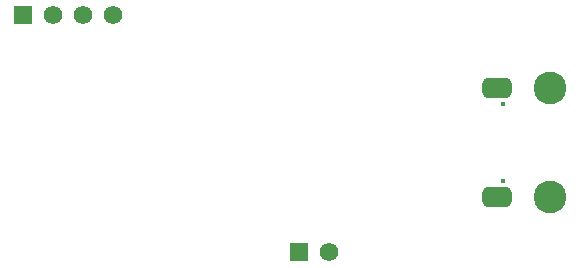
<source format=gbs>
G04*
G04 #@! TF.GenerationSoftware,Altium Limited,Altium Designer,23.0.1 (38)*
G04*
G04 Layer_Color=16711935*
%FSLAX25Y25*%
%MOIN*%
G70*
G04*
G04 #@! TF.SameCoordinates,F61D067F-344E-4115-8181-82DC4058F137*
G04*
G04*
G04 #@! TF.FilePolarity,Negative*
G04*
G01*
G75*
%ADD72C,0.01575*%
G04:AMPARAMS|DCode=73|XSize=68mil|YSize=98mil|CornerRadius=19mil|HoleSize=0mil|Usage=FLASHONLY|Rotation=90.000|XOffset=0mil|YOffset=0mil|HoleType=Round|Shape=RoundedRectangle|*
%AMROUNDEDRECTD73*
21,1,0.06800,0.06000,0,0,90.0*
21,1,0.03000,0.09800,0,0,90.0*
1,1,0.03800,0.03000,0.01500*
1,1,0.03800,0.03000,-0.01500*
1,1,0.03800,-0.03000,-0.01500*
1,1,0.03800,-0.03000,0.01500*
%
%ADD73ROUNDEDRECTD73*%
%ADD74C,0.10898*%
%ADD75R,0.06181X0.06181*%
%ADD76C,0.06181*%
%ADD77R,0.06194X0.06194*%
%ADD78C,0.06194*%
D72*
X189500Y37008D02*
D03*
Y62992D02*
D03*
D73*
X187295Y31850D02*
D03*
Y68150D02*
D03*
D74*
X205012Y31850D02*
D03*
Y68150D02*
D03*
D75*
X121300Y13392D02*
D03*
D76*
X131300D02*
D03*
D77*
X29400Y92500D02*
D03*
D78*
X39400D02*
D03*
X49400D02*
D03*
X59400D02*
D03*
M02*

</source>
